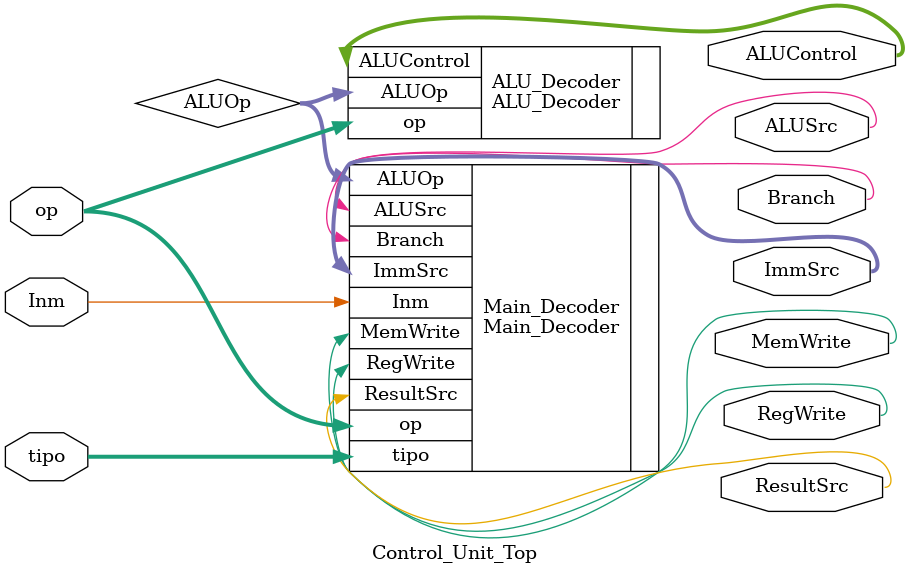
<source format=sv>
module Control_Unit_Top(
    input [1:0] tipo,   // Tipo de instrucción
    input [1:0] op,     // Operación específica
    input Inm,          // Bit de inmediato
	 
    output RegWrite,    // Habilitar escritura en registros
    output [1:0] ImmSrc,  // Fuente del inmediato
    output ALUSrc,      // Selección entre registro o inmediato en la ALU
    output MemWrite,    // Habilitar escritura en memoria
    output ResultSrc,   // Selección del resultado (ALU/memoria)
    output Branch,      // Indicar si es una instrucción de salto condicional
    output [2:0] ALUControl  // Control para la ALU
);

    // Señal interna para ALUOp, que determinará la operación de la ALU
    wire [1:0] ALUOp;

    // Instancia del decodificador principal
    Main_Decoder Main_Decoder(
        .tipo(tipo),
        .op(op),
        .Inm(Inm),
		  
        .RegWrite(RegWrite),
        .ImmSrc(ImmSrc),
        .MemWrite(MemWrite),
        .ResultSrc(ResultSrc),
        .Branch(Branch),
        .ALUSrc(ALUSrc),
        .ALUOp(ALUOp)
    );

    // Instancia del decodificador de la ALU
    ALU_Decoder ALU_Decoder(
        .ALUOp(ALUOp),
        .op(op),
		  
        .ALUControl(ALUControl)
    );

endmodule

</source>
